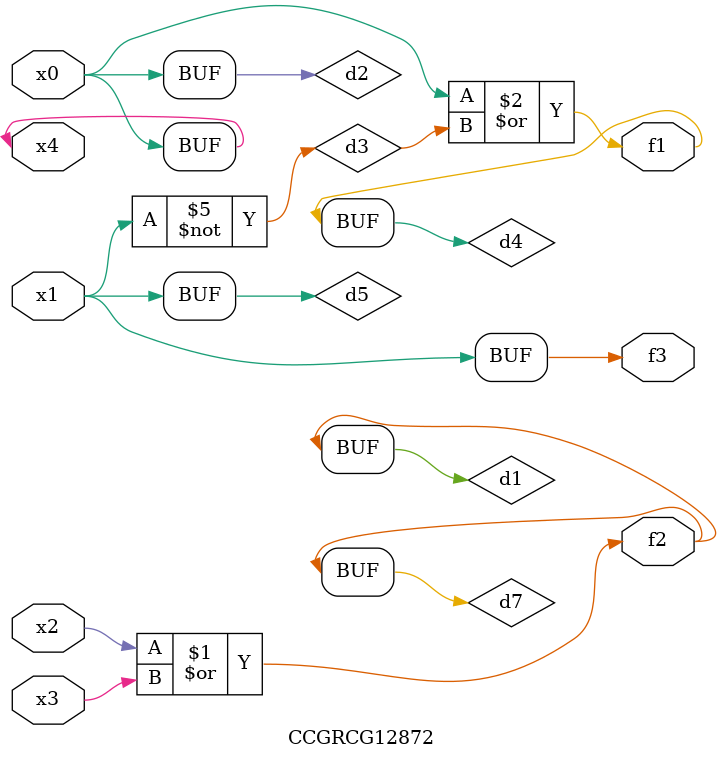
<source format=v>
module CCGRCG12872(
	input x0, x1, x2, x3, x4,
	output f1, f2, f3
);

	wire d1, d2, d3, d4, d5, d6, d7;

	or (d1, x2, x3);
	buf (d2, x0, x4);
	not (d3, x1);
	or (d4, d2, d3);
	not (d5, d3);
	nand (d6, d1, d3);
	or (d7, d1);
	assign f1 = d4;
	assign f2 = d7;
	assign f3 = d5;
endmodule

</source>
